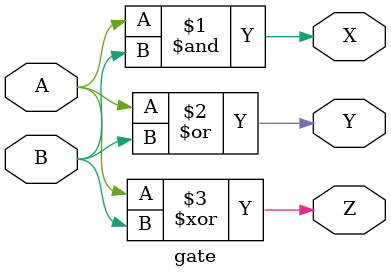
<source format=v>

module gate(
	A,B,
	X,Y,Z
);

 input A,B;
 output X,Y,Z;

 assign X=A&B;
 assign Y=A|B;
 assign Z=A^B;

endmodule

</source>
